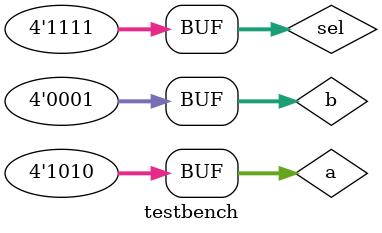
<source format=v>
module testbench;

wire [3:0] out;
reg [3:0] a, b, sel;

alu chip1(out, a, b, sel);

initial begin a = 4'b1010; b = 4'b0001;
sel = 4'b0000; 
#100 sel = 4'b0001; 
#100 sel = 4'b0010; 
#100 sel = 4'b0011; 
#100 sel = 4'b0100; 
#100 sel = 4'b0101; 
#100 sel = 4'b0110; 
#100 sel = 4'b0111; 
#100 sel = 4'b1000; 
#100 sel = 4'b1001; 
#100 sel = 4'b1010; 
#100 sel = 4'b1011; 
#100 sel = 4'b1100; 
#100 sel = 4'b1101; 
#100 sel = 4'b1110; 
#100 sel = 4'b1111; 
end
initial $monitor("A = %b  B = %b  Sel = %b  Out = %b", a, b, sel, out);
endmodule

</source>
